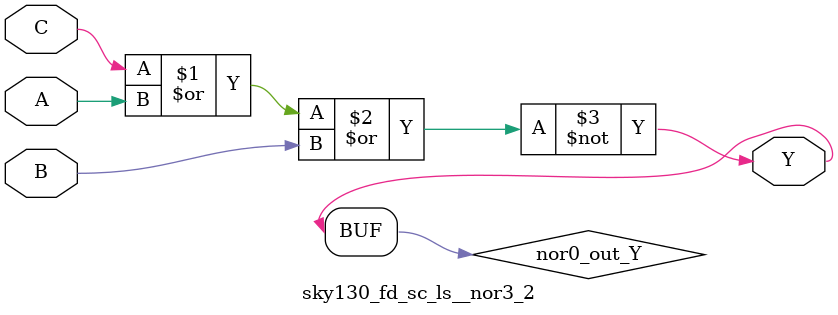
<source format=v>
/*
 * Copyright 2020 The SkyWater PDK Authors
 *
 * Licensed under the Apache License, Version 2.0 (the "License");
 * you may not use this file except in compliance with the License.
 * You may obtain a copy of the License at
 *
 *     https://www.apache.org/licenses/LICENSE-2.0
 *
 * Unless required by applicable law or agreed to in writing, software
 * distributed under the License is distributed on an "AS IS" BASIS,
 * WITHOUT WARRANTIES OR CONDITIONS OF ANY KIND, either express or implied.
 * See the License for the specific language governing permissions and
 * limitations under the License.
 *
 * SPDX-License-Identifier: Apache-2.0
*/


`ifndef SKY130_FD_SC_LS__NOR3_2_FUNCTIONAL_V
`define SKY130_FD_SC_LS__NOR3_2_FUNCTIONAL_V

/**
 * nor3: 3-input NOR.
 *
 *       Y = !(A | B | C | !D)
 *
 * Verilog simulation functional model.
 */

`timescale 1ns / 1ps
`default_nettype none

`celldefine
module sky130_fd_sc_ls__nor3_2 (
    Y,
    A,
    B,
    C
);

    // Module ports
    output Y;
    input  A;
    input  B;
    input  C;

    // Local signals
    wire nor0_out_Y;

    //  Name  Output      Other arguments
    nor nor0 (nor0_out_Y, C, A, B        );
    buf buf0 (Y         , nor0_out_Y     );

endmodule
`endcelldefine

`default_nettype wire
`endif  // SKY130_FD_SC_LS__NOR3_2_FUNCTIONAL_V

</source>
